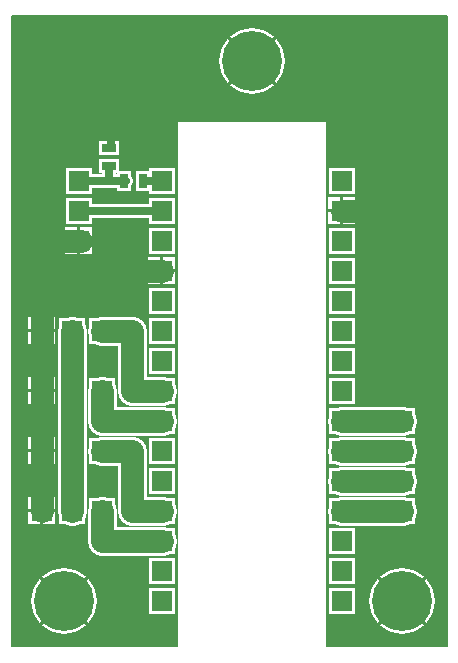
<source format=gtl>
G04 FreePCB version 1.359*
G04 C:\SkyDrive\Files\freepcb_1200_bin\projects\Balance_Shield\CAM\top_copper.grb*
G04 top copper layer *
G04 Scale: 100 percent, Rotated: No, Reflected: No *
%FSLAX24Y24*%
%MOIN*%
%LN top copper *%
G04 Rounded Rectangle Macro, params: W/2, H/2, R *
%AMRNDREC*
21,1,$1+$1,$2+$2-$3-$3,0,0,0*
21,1,$1+$1-$3-$3,$2+$2,0,0,0*
1,1,$3+$3,$1-$3,$2-$3*
1,1,$3+$3,$3-$1,$2-$3*
1,1,$3+$3,$1-$3,$3-$2*
1,1,$3+$3,$3-$1,$3-$2*%
G04 Rectangular Thermal Macro, params: W/2, H/2, T/2 *
%AMRECTHERM*
$4=$3/2*
21,1,$1-$3,$2-$3,0-$1/2-$4,0-$2/2-$4,0*
21,1,$1-$3,$2-$3,0-$1/2-$4,$2/2+$4,0*
21,1,$1-$3,$2-$3,$1/2+$4,0-$2/2-$4,0*
21,1,$1-$3,$2-$3,$1/2+$4,$2/2+$4,0*%
%ADD10C,0.005000*%
%ADD11R,0.090000X0.090000*%
%ADD12RECTHERM,0.045000X0.045000X0.005000*%
%ADD13C,0.001000*%
%AMTHERM14*7,0,0,0.220000,0.200000,0.010000,45.0*%
%ADD14THERM14*%
%ADD15R,0.051496X0.067244*%
%ADD16R,0.067244X0.051496*%
%ADD17C,0.095000*%
%ADD18C,0.045000*%
%ADD19R,0.070000X0.070000*%
%ADD20C,0.200000*%
%ADD21R,0.031496X0.047244*%
%ADD22R,0.047244X0.031496*%
%ADD23C,0.075000*%
%ADD24C,0.025000*%
G90*
G70D02*

G04 Step and Repeat for panelization *

G04 ----------------------- Draw board outline (positive)*
%LPD*%
G54D10*
G01X6500Y1000D02*
G01X6500Y17500D01*
G04 end of side 1*
G01X11500Y17500D01*
G04 end of side 2*
G01X11500Y1000D01*
G04 end of side 3*
G01X11500Y0D01*
G04 end of side 4*
G01X15500Y0D01*
G04 end of side 5*
G01X15500Y21000D01*
G04 end of side 6*
G01X1000Y21000D01*
G04 end of side 7*
G01X1000Y0D01*
G04 end of side 8*
G01X6500Y0D01*
G04 end of side 9*
G01X6500Y1000D01*

G04 ----------------------- Draw copper area (positive)*
G36*
G01X15500Y0D02*
G01X11500Y0D01*
G01X11500Y17500D01*
G01X6500Y17500D01*
G01X6500Y0D01*
G01X1000Y0D01*
G01X1000Y21000D01*
G01X15500Y21000D01*
G01X15500Y0D01*
G37*

G04 -------------------- Draw copper area clearances (negative)*
%LPC*%

G04 Draw clearances for pads*
G54D11*
G01X6000Y1500D03*
G01X6000Y2500D03*
G01X6000Y3500D03*
G01X6000Y4500D03*
G01X6000Y5500D03*
G01X6000Y6500D03*
G01X6000Y7500D03*
G01X6000Y8500D03*
G01X6000Y9500D03*
G01X6000Y10500D03*
G01X6000Y11500D03*
G54D12*
G01X6000Y12500D03*
G54D13*
G54D11*
G01X6000Y13500D03*
G01X6000Y14500D03*
G01X6000Y15500D03*
G01X12000Y1500D03*
G01X12000Y2500D03*
G01X12000Y3500D03*
G01X12000Y4500D03*
G01X12000Y5500D03*
G01X12000Y6500D03*
G01X12000Y7500D03*
G01X12000Y8500D03*
G01X12000Y9500D03*
G01X12000Y10500D03*
G01X12000Y11500D03*
G01X12000Y12500D03*
G01X12000Y13500D03*
G54D12*
G01X12000Y14500D03*
G54D13*
G54D11*
G01X12000Y15500D03*
G54D12*
G01X2000Y4500D03*
G54D13*
G54D11*
G01X3000Y4500D03*
G01X4000Y4500D03*
G54D12*
G01X2000Y6500D03*
G54D13*
G54D11*
G01X3000Y6500D03*
G01X4000Y6500D03*
G54D14*
G01X2750Y1500D03*
G54D13*
G54D14*
G01X9000Y19500D03*
G54D13*
G54D14*
G01X14000Y1500D03*
G54D13*
G54D12*
G01X3250Y13500D03*
G54D13*
G54D11*
G01X3250Y14500D03*
G01X3250Y15500D03*
G54D12*
G01X2000Y8500D03*
G54D13*
G54D11*
G01X3000Y8500D03*
G01X4000Y8500D03*
G54D12*
G01X2000Y10500D03*
G54D13*
G54D11*
G01X3000Y10500D03*
G01X4000Y10500D03*
G01X14000Y4500D03*
G01X14000Y5500D03*
G01X14000Y6500D03*
G01X14000Y7500D03*
G54D15*
G01X4750Y15500D03*
G01X5379Y15500D03*
G54D16*
G01X4250Y16000D03*
G01X4250Y16629D03*

G04 Draw clearances for traces*
G54D17*
G01X12000Y4500D02*
G01X14000Y4500D01*
G01X12000Y5500D02*
G01X14000Y5500D01*
G01X12000Y6500D02*
G01X14000Y6500D01*
G01X4000Y10500D02*
G01X5000Y10500D01*
G01X5000Y10500D02*
G01X5000Y8500D01*
G01X5000Y8500D02*
G01X6000Y8500D01*
G01X12000Y7500D02*
G01X14000Y7500D01*
G01X4000Y8500D02*
G01X4000Y7500D01*
G01X4000Y7500D02*
G01X6000Y7500D01*
G54D18*
G01X6000Y15500D02*
G01X5379Y15500D01*
G54D17*
G01X6000Y4500D02*
G01X5000Y4500D01*
G01X5000Y4500D02*
G01X5000Y6500D01*
G01X5000Y6500D02*
G01X4000Y6500D01*
G54D18*
G01X3250Y14500D02*
G01X6000Y14500D01*
G01X3250Y15500D02*
G01X4800Y15500D01*
G01X4800Y15500D02*
G01X4750Y15500D01*
G01X4250Y16000D02*
G01X4250Y15550D01*
G01X4250Y15550D02*
G01X4300Y15500D01*
G01X4300Y15500D02*
G01X4800Y15500D01*
G01X4800Y15500D02*
G01X4750Y15500D01*
G54D17*
G01X3000Y6500D02*
G01X3000Y4500D01*
G01X3000Y6500D02*
G01X3000Y8500D01*
G01X3000Y8500D02*
G01X3000Y10500D01*
G01X6000Y3500D02*
G01X4000Y3500D01*
G01X4000Y3500D02*
G01X4000Y4500D01*

G04 Draw clearances for text*

G04 -------------- Draw Parts, Pads, Traces, Vias and Text (positive)*
%LPD*%
G04 Draw part J2*
G54D19*
G01X6000Y1500D03*
G01X6000Y2500D03*
G01X6000Y3500D03*
G01X6000Y4500D03*
G01X6000Y5500D03*
G01X6000Y6500D03*
G01X6000Y7500D03*
G01X6000Y8500D03*
G01X6000Y9500D03*
G01X6000Y10500D03*
G01X6000Y11500D03*
G01X6000Y12500D03*
G01X6000Y13500D03*
G01X6000Y14500D03*
G01X6000Y15500D03*
G04 Draw part J3*
G01X12000Y1500D03*
G01X12000Y2500D03*
G01X12000Y3500D03*
G01X12000Y4500D03*
G01X12000Y5500D03*
G01X12000Y6500D03*
G01X12000Y7500D03*
G01X12000Y8500D03*
G01X12000Y9500D03*
G01X12000Y10500D03*
G01X12000Y11500D03*
G01X12000Y12500D03*
G01X12000Y13500D03*
G01X12000Y14500D03*
G01X12000Y15500D03*
G04 Draw part J4*
G01X2000Y4500D03*
G01X3000Y4500D03*
G01X4000Y4500D03*
G04 Draw part J5*
G01X2000Y6500D03*
G01X3000Y6500D03*
G01X4000Y6500D03*
G04 Draw part E1*
G54D20*
G01X2750Y1500D03*
G04 Draw part E2*
G01X9000Y19500D03*
G04 Draw part E3*
G01X14000Y1500D03*
G04 Draw part J6*
G54D19*
G01X3250Y13500D03*
G01X3250Y14500D03*
G01X3250Y15500D03*
G04 Draw part J7*
G01X2000Y8500D03*
G01X3000Y8500D03*
G01X4000Y8500D03*
G04 Draw part J8*
G01X2000Y10500D03*
G01X3000Y10500D03*
G01X4000Y10500D03*
G04 Draw part J9*
G01X14000Y4500D03*
G01X14000Y5500D03*
G01X14000Y6500D03*
G01X14000Y7500D03*
G04 Draw part R1*
G54D21*
G01X4750Y15500D03*
G01X5379Y15500D03*
G04 Draw part R2*
G54D22*
G01X4250Y16000D03*
G01X4250Y16629D03*

G04 Draw traces*
G54D23*
G01X12000Y4500D02*
G01X14000Y4500D01*
G01X12000Y5500D02*
G01X14000Y5500D01*
G01X12000Y6500D02*
G01X14000Y6500D01*
G01X4000Y10500D02*
G01X5000Y10500D01*
G01X5000Y10500D02*
G01X5000Y8500D01*
G01X5000Y8500D02*
G01X6000Y8500D01*
G01X12000Y7500D02*
G01X14000Y7500D01*
G01X4000Y8500D02*
G01X4000Y7500D01*
G01X4000Y7500D02*
G01X6000Y7500D01*
G54D24*
G01X6000Y15500D02*
G01X5379Y15500D01*
G54D23*
G01X6000Y4500D02*
G01X5000Y4500D01*
G01X5000Y4500D02*
G01X5000Y6500D01*
G01X5000Y6500D02*
G01X4000Y6500D01*
G54D24*
G01X3250Y14500D02*
G01X6000Y14500D01*
G54D23*
G01X12000Y14500D02*
G01X13000Y14500D01*
G01X13000Y14500D02*
G01X13000Y18000D01*
G01X13000Y18000D02*
G01X2000Y18000D01*
G01X2000Y18000D02*
G01X2000Y12500D01*
G01X2000Y12500D02*
G01X6000Y12500D01*
G01X2000Y6500D02*
G01X2000Y12500D01*
G01X2000Y12500D02*
G01X6000Y12500D01*
G01X2000Y4500D02*
G01X2000Y6500D01*
G01X2000Y8500D02*
G01X2000Y6500D01*
G01X2000Y10500D02*
G01X2000Y8500D01*
G01X4500Y12500D02*
G01X6000Y12500D01*
G54D24*
G01X4250Y16629D02*
G01X4300Y16600D01*
G01X4300Y16600D02*
G01X4300Y18000D01*
G01X4300Y18000D02*
G01X2000Y18000D01*
G54D23*
G01X2000Y18000D02*
G01X2000Y13500D01*
G01X2000Y13500D02*
G01X3300Y13500D01*
G01X3300Y13500D02*
G01X3250Y13500D01*
G54D24*
G01X3250Y15500D02*
G01X4800Y15500D01*
G01X4800Y15500D02*
G01X4750Y15500D01*
G01X4250Y16000D02*
G01X4250Y15550D01*
G01X4250Y15550D02*
G01X4300Y15500D01*
G01X4300Y15500D02*
G01X4800Y15500D01*
G01X4800Y15500D02*
G01X4750Y15500D01*
G54D23*
G01X3000Y6500D02*
G01X3000Y4500D01*
G01X3000Y6500D02*
G01X3000Y8500D01*
G01X3000Y8500D02*
G01X3000Y10500D01*
G01X6000Y3500D02*
G01X4000Y3500D01*
G01X4000Y3500D02*
G01X4000Y4500D01*

G04 Draw Text*
M00*
M02*

</source>
